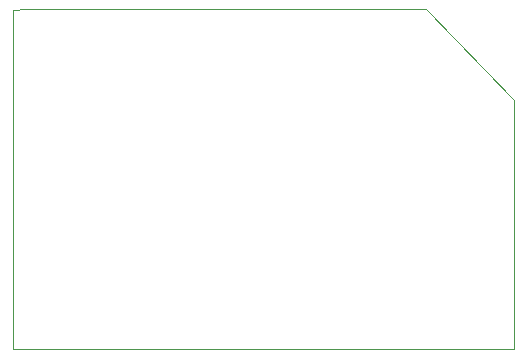
<source format=gbr>
%TF.GenerationSoftware,KiCad,Pcbnew,9.0.5*%
%TF.CreationDate,2025-11-03T10:24:26-05:00*%
%TF.ProjectId,stepper_driver,73746570-7065-4725-9f64-72697665722e,rev?*%
%TF.SameCoordinates,Original*%
%TF.FileFunction,Profile,NP*%
%FSLAX46Y46*%
G04 Gerber Fmt 4.6, Leading zero omitted, Abs format (unit mm)*
G04 Created by KiCad (PCBNEW 9.0.5) date 2025-11-03 10:24:26*
%MOMM*%
%LPD*%
G01*
G04 APERTURE LIST*
%TA.AperFunction,Profile*%
%ADD10C,0.050000*%
%TD*%
G04 APERTURE END LIST*
D10*
X116687600Y-51003200D02*
X117805200Y-50952400D01*
X116687600Y-79756000D02*
X116687600Y-51003200D01*
X159105600Y-79705200D02*
X116687600Y-79756000D01*
X159105600Y-77571600D02*
X159105600Y-79705200D01*
X159105600Y-58623200D02*
X159105600Y-77571600D01*
X151638000Y-50952400D02*
X159105600Y-58623200D01*
X117805200Y-50952400D02*
X151638000Y-50952400D01*
M02*

</source>
